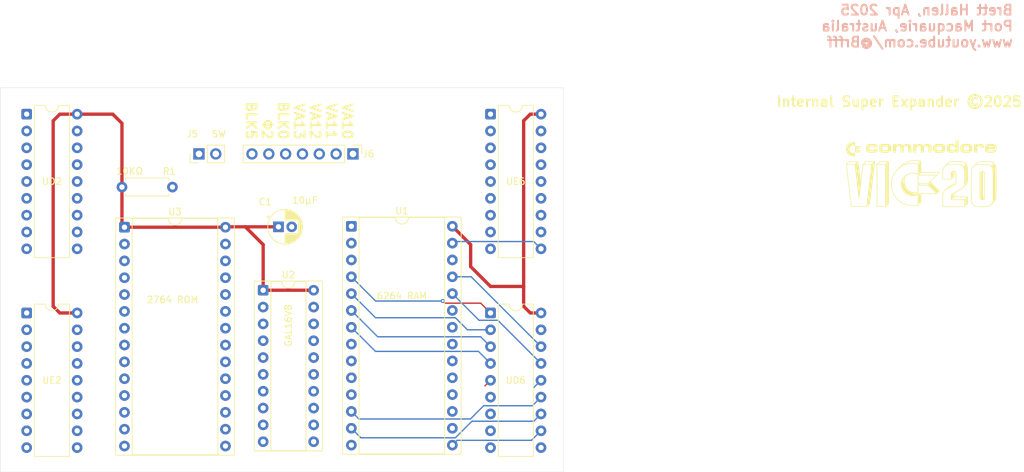
<source format=kicad_pcb>
(kicad_pcb (version 20241229) (generator "pcbnew") (generator_version "9.0")
  (title_block (title "Commodore VIC-20 BLK0 RAM Expansion ") (date "25-Apr-2025") (rev "A") (company "Brett Hallen") (comment 1 "www.youtube.com/@Brfff") (comment 2 ">>> UNTESTED <<<"))
  (layers (0 "F.Cu" signal) (2 "B.Cu" signal) (13 "F.Paste" user) (15 "B.Paste" user) (5 "F.SilkS" user "F.Silkscreen") (7 "B.SilkS" user "B.Silkscreen") (1 "F.Mask" user) (3 "B.Mask" user) (25 "Edge.Cuts" user))
  (net 0 "")
  (net 1 "+5V")
  (net 2 "GND")
  (net 3 "VA4")
  (net 4 "VA3")
  (net 5 "VA5")
  (net 6 "VA2")
  (net 7 "VA0")
  (net 8 "VA8")
  (net 9 "BD1")
  (net 10 "BD2")
  (net 11 "BD3")
  (net 12 "VA6")
  (net 14 "BD0")
  (net 15 "VA7")
  (net 16 "VR{slash}W")
  (net 17 "VA1")
  (net 18 "VA9")
  (net 19 "BD7")
  (net 20 "BD6")
  (net 23 "BD5")
  (net 24 "BD4")
  (net 25 "S")
  (net 26 "BLK0{slash}G2A")
  (net 27 "VA12")
  (net 28 "VA10")
  (net 29 "VA13{slash}G1")
  (net 30 "Φ2")
  (net 31 "VA11")
  (net 32 "~{CS1}")
  (net 33 "~{ΟΕ}")
  (net 34 "CS2")
  (net 44 "BLK5")
  (footprint "Connector_PinHeader_2.54mm:PinHeader_1x02_P2.54mm_Vertical" (layer "F.Cu") (at 47.48 44.52 90)
    (property "Reference" "J5" (at 3 -1 180) (layer "F.SilkS"))
    (property "Value" "SW" (at 3 3 180) (layer "F.SilkS"))
    (pad "1" thru_hole rect (at 0 0 90) (size 1.7 1.7) (drill 1) (layers "*.Cu" "*.Mask") (net 25 "S"))
    (pad "2" thru_hole oval (at 0 2.54 90) (size 1.7 1.7) (drill 1) (layers "*.Cu" "*.Mask") (net 2 "GND"))
  )
  (footprint "Package_DIP:DIP-18_W7.62mm" (layer "F.Cu") (at 91.48 38.52)
    (property "Reference" "J4" (hide yes))
    (property "Value" "UE6" (at 3.805 10.16 0) (layer "F.SilkS"))
    (pad "1" thru_hole roundrect (at 0 0) (size 1.6 1.6) (drill 0.8) (layers "*.Cu" "*.Mask") (roundrect_rratio 0.15625) (net 12 "VA6"))
    (pad "2" thru_hole circle (at 0 2.54) (size 1.6 1.6) (drill 0.8) (layers "*.Cu" "*.Mask") (net 5 "VA5"))
    (pad "3" thru_hole circle (at 0 5.08) (size 1.6 1.6) (drill 0.8) (layers "*.Cu" "*.Mask") (net 3 "VA4"))
    (pad "4" thru_hole circle (at 0 7.62) (size 1.6 1.6) (drill 0.8) (layers "*.Cu" "*.Mask") (net 4 "VA3"))
    (pad "5" thru_hole circle (at 0 10.16) (size 1.6 1.6) (drill 0.8) (layers "*.Cu" "*.Mask") (net 7 "VA0"))
    (pad "6" thru_hole circle (at 0 12.7) (size 1.6 1.6) (drill 0.8) (layers "*.Cu" "*.Mask") (net 17 "VA1"))
    (pad "7" thru_hole circle (at 0 15.24) (size 1.6 1.6) (drill 0.8) (layers "*.Cu" "*.Mask") (net 6 "VA2"))
    (pad "8" thru_hole circle (at 0 17.78) (size 1.6 1.6) (drill 0.8) (layers "*.Cu" "*.Mask"))
    (pad "9" thru_hole circle (at 0 20.32) (size 1.6 1.6) (drill 0.8) (layers "*.Cu" "*.Mask") (net 2 "GND"))
    (pad "10" thru_hole circle (at 7.62 20.32) (size 1.6 1.6) (drill 0.8) (layers "*.Cu" "*.Mask") (net 16 "VR{slash}W"))
    (pad "11" thru_hole circle (at 7.62 17.78) (size 1.6 1.6) (drill 0.8) (layers "*.Cu" "*.Mask") (net 11 "BD3"))
    (pad "12" thru_hole circle (at 7.62 15.24) (size 1.6 1.6) (drill 0.8) (layers "*.Cu" "*.Mask") (net 10 "BD2"))
    (pad "13" thru_hole circle (at 7.62 12.7) (size 1.6 1.6) (drill 0.8) (layers "*.Cu" "*.Mask") (net 9 "BD1"))
    (pad "14" thru_hole circle (at 7.62 10.16) (size 1.6 1.6) (drill 0.8) (layers "*.Cu" "*.Mask") (net 14 "BD0"))
    (pad "15" thru_hole circle (at 7.62 7.62) (size 1.6 1.6) (drill 0.8) (layers "*.Cu" "*.Mask") (net 18 "VA9"))
    (pad "16" thru_hole circle (at 7.62 5.08) (size 1.6 1.6) (drill 0.8) (layers "*.Cu" "*.Mask") (net 8 "VA8"))
    (pad "17" thru_hole circle (at 7.62 2.54) (size 1.6 1.6) (drill 0.8) (layers "*.Cu" "*.Mask") (net 15 "VA7"))
    (pad "18" thru_hole circle (at 7.62 0) (size 1.6 1.6) (drill 0.8) (layers "*.Cu" "*.Mask") (net 1 "+5V"))
  )
  (footprint "Package_DIP:DIP-18_W7.62mm" (layer "F.Cu") (at 21.48 68.52)
    (property "Reference" "J2" (hide yes))
    (property "Value" "UE2" (at 3.805 10.16 0) (layer "F.SilkS"))
    (pad "1" thru_hole roundrect (at 0 0) (size 1.6 1.6) (drill 0.8) (layers "*.Cu" "*.Mask") (roundrect_rratio 0.15625) (net 12 "VA6"))
    (pad "2" thru_hole circle (at 0 2.54) (size 1.6 1.6) (drill 0.8) (layers "*.Cu" "*.Mask") (net 5 "VA5"))
    (pad "3" thru_hole circle (at 0 5.08) (size 1.6 1.6) (drill 0.8) (layers "*.Cu" "*.Mask") (net 3 "VA4"))
    (pad "4" thru_hole circle (at 0 7.62) (size 1.6 1.6) (drill 0.8) (layers "*.Cu" "*.Mask") (net 4 "VA3"))
    (pad "5" thru_hole circle (at 0 10.16) (size 1.6 1.6) (drill 0.8) (layers "*.Cu" "*.Mask") (net 7 "VA0"))
    (pad "6" thru_hole circle (at 0 12.7) (size 1.6 1.6) (drill 0.8) (layers "*.Cu" "*.Mask") (net 17 "VA1"))
    (pad "7" thru_hole circle (at 0 15.24) (size 1.6 1.6) (drill 0.8) (layers "*.Cu" "*.Mask") (net 6 "VA2"))
    (pad "8" thru_hole circle (at 0 17.78) (size 1.6 1.6) (drill 0.8) (layers "*.Cu" "*.Mask"))
    (pad "9" thru_hole circle (at 0 20.32) (size 1.6 1.6) (drill 0.8) (layers "*.Cu" "*.Mask") (net 2 "GND"))
    (pad "10" thru_hole circle (at 7.62 20.32) (size 1.6 1.6) (drill 0.8) (layers "*.Cu" "*.Mask"))
    (pad "11" thru_hole circle (at 7.62 17.78) (size 1.6 1.6) (drill 0.8) (layers "*.Cu" "*.Mask") (net 19 "BD7"))
    (pad "12" thru_hole circle (at 7.62 15.24) (size 1.6 1.6) (drill 0.8) (layers "*.Cu" "*.Mask") (net 20 "BD6"))
    (pad "13" thru_hole circle (at 7.62 12.7) (size 1.6 1.6) (drill 0.8) (layers "*.Cu" "*.Mask") (net 23 "BD5"))
    (pad "14" thru_hole circle (at 7.62 10.16) (size 1.6 1.6) (drill 0.8) (layers "*.Cu" "*.Mask") (net 24 "BD4"))
    (pad "15" thru_hole circle (at 7.62 7.62) (size 1.6 1.6) (drill 0.8) (layers "*.Cu" "*.Mask") (net 18 "VA9"))
    (pad "16" thru_hole circle (at 7.62 5.08) (size 1.6 1.6) (drill 0.8) (layers "*.Cu" "*.Mask") (net 8 "VA8"))
    (pad "17" thru_hole circle (at 7.62 2.54) (size 1.6 1.6) (drill 0.8) (layers "*.Cu" "*.Mask") (net 15 "VA7"))
    (pad "18" thru_hole circle (at 7.62 0) (size 1.6 1.6) (drill 0.8) (layers "*.Cu" "*.Mask") (net 1 "+5V"))
  )
  (footprint "Connector_PinHeader_2.54mm:PinHeader_1x07_P2.54mm_Vertical" (layer "F.Cu") (at 70.72 44.52 -90)
    (property "Reference" "J6" (at 0 -2.33 180) (layer "F.SilkS"))
    (property "Value" "Signals" (hide yes))
    (pad "1" thru_hole rect (at 0 0 270) (size 1.7 1.7) (drill 1) (layers "*.Cu" "*.Mask") (net 28 "VA10"))
    (pad "2" thru_hole oval (at 0 2.54 270) (size 1.7 1.7) (drill 1) (layers "*.Cu" "*.Mask") (net 31 "VA11"))
    (pad "3" thru_hole oval (at 0 5.08 270) (size 1.7 1.7) (drill 1) (layers "*.Cu" "*.Mask") (net 27 "VA12"))
    (pad "4" thru_hole oval (at 0 7.62 270) (size 1.7 1.7) (drill 1) (layers "*.Cu" "*.Mask") (net 29 "VA13{slash}G1"))
    (pad "5" thru_hole oval (at 0 10.16 270) (size 1.7 1.7) (drill 1) (layers "*.Cu" "*.Mask") (net 26 "BLK0{slash}G2A"))
    (pad "6" thru_hole oval (at 0 12.7 270) (size 1.7 1.7) (drill 1) (layers "*.Cu" "*.Mask") (net 44 "BLK5"))
    (pad "7" thru_hole oval (at 0 15.24 270) (size 1.7 1.7) (drill 1) (layers "*.Cu" "*.Mask") (net 30 "Φ2"))
  )
  (footprint "Package_DIP:DIP-18_W7.62mm" (layer "F.Cu") (at 21.48 38.52)
    (property "Reference" "J1" (hide yes))
    (property "Value" "UD2" (at 3.805 10.16 0) (layer "F.SilkS"))
    (pad "1" thru_hole roundrect (at 0 0) (size 1.6 1.6) (drill 0.8) (layers "*.Cu" "*.Mask") (roundrect_rratio 0.15625) (net 12 "VA6"))
    (pad "2" thru_hole circle (at 0 2.54) (size 1.6 1.6) (drill 0.8) (layers "*.Cu" "*.Mask") (net 5 "VA5"))
    (pad "3" thru_hole circle (at 0 5.08) (size 1.6 1.6) (drill 0.8) (layers "*.Cu" "*.Mask") (net 3 "VA4"))
    (pad "4" thru_hole circle (at 0 7.62) (size 1.6 1.6) (drill 0.8) (layers "*.Cu" "*.Mask") (net 4 "VA3"))
    (pad "5" thru_hole circle (at 0 10.16) (size 1.6 1.6) (drill 0.8) (layers "*.Cu" "*.Mask") (net 7 "VA0"))
    (pad "6" thru_hole circle (at 0 12.7) (size 1.6 1.6) (drill 0.8) (layers "*.Cu" "*.Mask") (net 17 "VA1"))
    (pad "7" thru_hole circle (at 0 15.24) (size 1.6 1.6) (drill 0.8) (layers "*.Cu" "*.Mask") (net 6 "VA2"))
    (pad "8" thru_hole circle (at 0 17.78) (size 1.6 1.6) (drill 0.8) (layers "*.Cu" "*.Mask"))
    (pad "9" thru_hole circle (at 0 20.32) (size 1.6 1.6) (drill 0.8) (layers "*.Cu" "*.Mask") (net 2 "GND"))
    (pad "10" thru_hole circle (at 7.62 20.32) (size 1.6 1.6) (drill 0.8) (layers "*.Cu" "*.Mask") (net 16 "VR{slash}W"))
    (pad "11" thru_hole circle (at 7.62 17.78) (size 1.6 1.6) (drill 0.8) (layers "*.Cu" "*.Mask") (net 11 "BD3"))
    (pad "12" thru_hole circle (at 7.62 15.24) (size 1.6 1.6) (drill 0.8) (layers "*.Cu" "*.Mask") (net 10 "BD2"))
    (pad "13" thru_hole circle (at 7.62 12.7) (size 1.6 1.6) (drill 0.8) (layers "*.Cu" "*.Mask") (net 9 "BD1"))
    (pad "14" thru_hole circle (at 7.62 10.16) (size 1.6 1.6) (drill 0.8) (layers "*.Cu" "*.Mask") (net 14 "BD0"))
    (pad "15" thru_hole circle (at 7.62 7.62) (size 1.6 1.6) (drill 0.8) (layers "*.Cu" "*.Mask") (net 18 "VA9"))
    (pad "16" thru_hole circle (at 7.62 5.08) (size 1.6 1.6) (drill 0.8) (layers "*.Cu" "*.Mask") (net 8 "VA8"))
    (pad "17" thru_hole circle (at 7.62 2.54) (size 1.6 1.6) (drill 0.8) (layers "*.Cu" "*.Mask") (net 15 "VA7"))
    (pad "18" thru_hole circle (at 7.62 0) (size 1.6 1.6) (drill 0.8) (layers "*.Cu" "*.Mask") (net 1 "+5V"))
  )
  (footprint "Package_DIP:DIP-20_W7.62mm_Socket" (layer "F.Cu") (at 57.17 65.09)
    (property "Reference" "U2" (at 3.81 -2.33 0) (layer "F.SilkS"))
    (property "Value" "GAL16V8" (at 3.81 5.32 90) (layer "F.SilkS"))
    (pad "1" thru_hole roundrect (at 0 0) (size 1.6 1.6) (drill 0.8) (layers "*.Cu" "*.Mask") (roundrect_rratio 0.15625) (net 1 "+5V"))
    (pad "2" thru_hole circle (at 0 2.54) (size 1.6 1.6) (drill 0.8) (layers "*.Cu" "*.Mask") (net 28 "VA10"))
    (pad "3" thru_hole circle (at 0 5.08) (size 1.6 1.6) (drill 0.8) (layers "*.Cu" "*.Mask") (net 31 "VA11"))
    (pad "4" thru_hole circle (at 0 7.62) (size 1.6 1.6) (drill 0.8) (layers "*.Cu" "*.Mask") (net 27 "VA12"))
    (pad "5" thru_hole circle (at 0 10.16) (size 1.6 1.6) (drill 0.8) (layers "*.Cu" "*.Mask") (net 29 "VA13{slash}G1"))
    (pad "6" thru_hole circle (at 0 12.7) (size 1.6 1.6) (drill 0.8) (layers "*.Cu" "*.Mask") (net 26 "BLK0{slash}G2A"))
    (pad "7" thru_hole circle (at 0 15.24) (size 1.6 1.6) (drill 0.8) (layers "*.Cu" "*.Mask") (net 30 "Φ2"))
    (pad "8" thru_hole circle (at 0 17.78) (size 1.6 1.6) (drill 0.8) (layers "*.Cu" "*.Mask") (net 25 "S"))
    (pad "9" thru_hole circle (at 0 20.32) (size 1.6 1.6) (drill 0.8) (layers "*.Cu" "*.Mask") (net 16 "VR{slash}W"))
    (pad "10" thru_hole circle (at 0 22.86) (size 1.6 1.6) (drill 0.8) (layers "*.Cu" "*.Mask") (net 2 "GND"))
    (pad "11" thru_hole circle (at 7.62 22.86) (size 1.6 1.6) (drill 0.8) (layers "*.Cu" "*.Mask") (net 2 "GND"))
    (pad "12" thru_hole circle (at 7.62 20.32) (size 1.6 1.6) (drill 0.8) (layers "*.Cu" "*.Mask"))
    (pad "13" thru_hole circle (at 7.62 17.78) (size 1.6 1.6) (drill 0.8) (layers "*.Cu" "*.Mask"))
    (pad "14" thru_hole circle (at 7.62 15.24) (size 1.6 1.6) (drill 0.8) (layers "*.Cu" "*.Mask"))
    (pad "15" thru_hole circle (at 7.62 12.7) (size 1.6 1.6) (drill 0.8) (layers "*.Cu" "*.Mask") (net 32 "~{CS1}"))
    (pad "16" thru_hole circle (at 7.62 10.16) (size 1.6 1.6) (drill 0.8) (layers "*.Cu" "*.Mask") (net 34 "CS2"))
    (pad "17" thru_hole circle (at 7.62 7.62) (size 1.6 1.6) (drill 0.8) (layers "*.Cu" "*.Mask") (net 33 "~{ΟΕ}"))
    (pad "18" thru_hole circle (at 7.62 5.08) (size 1.6 1.6) (drill 0.8) (layers "*.Cu" "*.Mask"))
    (pad "19" thru_hole circle (at 7.62 2.54) (size 1.6 1.6) (drill 0.8) (layers "*.Cu" "*.Mask"))
    (pad "20" thru_hole circle (at 7.62 0) (size 1.6 1.6) (drill 0.8) (layers "*.Cu" "*.Mask") (net 1 "+5V"))
  )
  (footprint "Package_DIP:DIP-28_W15.24mm_Socket" (layer "F.Cu") (at 36.24 55.58)
    (property "Reference" "U3" (at 7.62 -2.33 0) (layer "F.SilkS"))
    (property "Value" "2764 ROM" (at 7.24 10.94 0) (layer "F.SilkS"))
    (pad "1" thru_hole roundrect (at 0 0) (size 1.6 1.6) (drill 0.8) (layers "*.Cu" "*.Mask") (roundrect_rratio 0.15625) (net 1 "+5V"))
    (pad "2" thru_hole circle (at 0 2.54) (size 1.6 1.6) (drill 0.8) (layers "*.Cu" "*.Mask") (net 27 "VA12"))
    (pad "3" thru_hole circle (at 0 5.08) (size 1.6 1.6) (drill 0.8) (layers "*.Cu" "*.Mask") (net 15 "VA7"))
    (pad "4" thru_hole circle (at 0 7.62) (size 1.6 1.6) (drill 0.8) (layers "*.Cu" "*.Mask") (net 12 "VA6"))
    (pad "5" thru_hole circle (at 0 10.16) (size 1.6 1.6) (drill 0.8) (layers "*.Cu" "*.Mask") (net 5 "VA5"))
    (pad "6" thru_hole circle (at 0 12.7) (size 1.6 1.6) (drill 0.8) (layers "*.Cu" "*.Mask") (net 3 "VA4"))
    (pad "7" thru_hole circle (at 0 15.24) (size 1.6 1.6) (drill 0.8) (layers "*.Cu" "*.Mask") (net 4 "VA3"))
    (pad "8" thru_hole circle (at 0 17.78) (size 1.6 1.6) (drill 0.8) (layers "*.Cu" "*.Mask") (net 6 "VA2"))
    (pad "9" thru_hole circle (at 0 20.32) (size 1.6 1.6) (drill 0.8) (layers "*.Cu" "*.Mask") (net 17 "VA1"))
    (pad "10" thru_hole circle (at 0 22.86) (size 1.6 1.6) (drill 0.8) (layers "*.Cu" "*.Mask") (net 7 "VA0"))
    (pad "11" thru_hole circle (at 0 25.4) (size 1.6 1.6) (drill 0.8) (layers "*.Cu" "*.Mask") (net 14 "BD0"))
    (pad "12" thru_hole circle (at 0 27.94) (size 1.6 1.6) (drill 0.8) (layers "*.Cu" "*.Mask") (net 9 "BD1"))
    (pad "13" thru_hole circle (at 0 30.48) (size 1.6 1.6) (drill 0.8) (layers "*.Cu" "*.Mask") (net 10 "BD2"))
    (pad "14" thru_hole circle (at 0 33.02) (size 1.6 1.6) (drill 0.8) (layers "*.Cu" "*.Mask") (net 2 "GND"))
    (pad "15" thru_hole circle (at 15.24 33.02) (size 1.6 1.6) (drill 0.8) (layers "*.Cu" "*.Mask") (net 11 "BD3"))
    (pad "16" thru_hole circle (at 15.24 30.48) (size 1.6 1.6) (drill 0.8) (layers "*.Cu" "*.Mask") (net 24 "BD4"))
    (pad "17" thru_hole circle (at 15.24 27.94) (size 1.6 1.6) (drill 0.8) (layers "*.Cu" "*.Mask") (net 23 "BD5"))
    (pad "18" thru_hole circle (at 15.24 25.4) (size 1.6 1.6) (drill 0.8) (layers "*.Cu" "*.Mask") (net 20 "BD6"))
    (pad "19" thru_hole circle (at 15.24 22.86) (size 1.6 1.6) (drill 0.8) (layers "*.Cu" "*.Mask") (net 19 "BD7"))
    (pad "20" thru_hole circle (at 15.24 20.32) (size 1.6 1.6) (drill 0.8) (layers "*.Cu" "*.Mask") (net 44 "BLK5"))
    (pad "21" thru_hole circle (at 15.24 17.78) (size 1.6 1.6) (drill 0.8) (layers "*.Cu" "*.Mask") (net 28 "VA10"))
    (pad "22" thru_hole circle (at 15.24 15.24) (size 1.6 1.6) (drill 0.8) (layers "*.Cu" "*.Mask") (net 44 "BLK5"))
    (pad "23" thru_hole circle (at 15.24 12.7) (size 1.6 1.6) (drill 0.8) (layers "*.Cu" "*.Mask") (net 31 "VA11"))
    (pad "24" thru_hole circle (at 15.24 10.16) (size 1.6 1.6) (drill 0.8) (layers "*.Cu" "*.Mask") (net 18 "VA9"))
    (pad "25" thru_hole circle (at 15.24 7.62) (size 1.6 1.6) (drill 0.8) (layers "*.Cu" "*.Mask") (net 8 "VA8"))
    (pad "26" thru_hole circle (at 15.24 5.08) (size 1.6 1.6) (drill 0.8) (layers "*.Cu" "*.Mask"))
    (pad "27" thru_hole circle (at 15.24 2.54) (size 1.6 1.6) (drill 0.8) (layers "*.Cu" "*.Mask"))
    (pad "28" thru_hole circle (at 15.24 0) (size 1.6 1.6) (drill 0.8) (layers "*.Cu" "*.Mask") (net 1 "+5V"))
  )
  (footprint "Resistor_THT:R_Axial_DIN0207_L6.3mm_D2.5mm_P7.62mm_Horizontal" (layer "F.Cu") (at 35.86 49.52)
    (property "Reference" "R1" (at 7.15 -2.37 0) (layer "F.SilkS"))
    (property "Value" "10KΩ" (at 1.15 -2.4 0) (layer "F.SilkS"))
    (pad "1" thru_hole circle (at 0 0) (size 1.6 1.6) (drill 0.8) (layers "*.Cu" "*.Mask") (net 1 "+5V"))
    (pad "2" thru_hole oval (at 7.62 0) (size 1.6 1.6) (drill 0.8) (layers "*.Cu" "*.Mask") (net 25 "S"))
  )
  (footprint "LOGO" (layer "F.Cu") (at 156.48 47.52)
    (property "Reference" "G***" (hide yes))
    (property "Value" "LOGO" (hide yes))
  )
  (footprint "Capacitor_THT:CP_Radial_D5.0mm_P2.00mm" (layer "F.Cu") (at 59.48 55.52)
    (property "Reference" "C1" (at -2 -3.75 0) (layer "F.SilkS"))
    (property "Value" "10µF" (at 4 -4 0) (layer "F.SilkS"))
    (pad "1" thru_hole rect (at 0 0) (size 1.6 1.6) (drill 0.8) (layers "*.Cu" "*.Mask") (net 1 "+5V"))
    (pad "2" thru_hole circle (at 2 0) (size 1.6 1.6) (drill 0.8) (layers "*.Cu" "*.Mask") (net 2 "GND"))
  )
  (footprint "Package_DIP:DIP-18_W7.62mm" (layer "F.Cu") (at 91.48 68.52)
    (property "Reference" "J3" (hide yes))
    (property "Value" "UD6" (at 3.805 10.16 0) (layer "F.SilkS"))
    (pad "1" thru_hole roundrect (at 0 0) (size 1.6 1.6) (drill 0.8) (layers "*.Cu" "*.Mask") (roundrect_rratio 0.15625) (net 12 "VA6"))
    (pad "2" thru_hole circle (at 0 2.54) (size 1.6 1.6) (drill 0.8) (layers "*.Cu" "*.Mask") (net 5 "VA5"))
    (pad "3" thru_hole circle (at 0 5.08) (size 1.6 1.6) (drill 0.8) (layers "*.Cu" "*.Mask") (net 3 "VA4"))
    (pad "4" thru_hole circle (at 0 7.62) (size 1.6 1.6) (drill 0.8) (layers "*.Cu" "*.Mask") (net 4 "VA3"))
    (pad "5" thru_hole circle (at 0 10.16) (size 1.6 1.6) (drill 0.8) (layers "*.Cu" "*.Mask") (net 7 "VA0"))
    (pad "6" thru_hole circle (at 0 12.7) (size 1.6 1.6) (drill 0.8) (layers "*.Cu" "*.Mask") (net 17 "VA1"))
    (pad "7" thru_hole circle (at 0 15.24) (size 1.6 1.6) (drill 0.8) (layers "*.Cu" "*.Mask") (net 6 "VA2"))
    (pad "8" thru_hole circle (at 0 17.78) (size 1.6 1.6) (drill 0.8) (layers "*.Cu" "*.Mask"))
    (pad "9" thru_hole circle (at 0 20.32) (size 1.6 1.6) (drill 0.8) (layers "*.Cu" "*.Mask") (net 2 "GND"))
    (pad "10" thru_hole circle (at 7.62 20.32) (size 1.6 1.6) (drill 0.8) (layers "*.Cu" "*.Mask") (net 16 "VR{slash}W"))
    (pad "11" thru_hole circle (at 7.62 17.78) (size 1.6 1.6) (drill 0.8) (layers "*.Cu" "*.Mask") (net 11 "BD3"))
    (pad "12" thru_hole circle (at 7.62 15.24) (size 1.6 1.6) (drill 0.8) (layers "*.Cu" "*.Mask") (net 10 "BD2"))
    (pad "13" thru_hole circle (at 7.62 12.7) (size 1.6 1.6) (drill 0.8) (layers "*.Cu" "*.Mask") (net 9 "BD1"))
    (pad "14" thru_hole circle (at 7.62 10.16) (size 1.6 1.6) (drill 0.8) (layers "*.Cu" "*.Mask") (net 14 "BD0"))
    (pad "15" thru_hole circle (at 7.62 7.62) (size 1.6 1.6) (drill 0.8) (layers "*.Cu" "*.Mask") (net 18 "VA9"))
    (pad "16" thru_hole circle (at 7.62 5.08) (size 1.6 1.6) (drill 0.8) (layers "*.Cu" "*.Mask") (net 8 "VA8"))
    (pad "17" thru_hole circle (at 7.62 2.54) (size 1.6 1.6) (drill 0.8) (layers "*.Cu" "*.Mask") (net 15 "VA7"))
    (pad "18" thru_hole circle (at 7.62 0) (size 1.6 1.6) (drill 0.8) (layers "*.Cu" "*.Mask") (net 1 "+5V"))
  )
  (footprint "Package_DIP:DIP-28_W15.24mm_Socket" (layer "F.Cu") (at 70.48 55.44)
    (property "Reference" "U1" (at 7.62 -2.33 0) (layer "F.SilkS"))
    (property "Value" "6264 RAM" (at 7.62 10.51 0) (layer "F.SilkS"))
    (pad "1" thru_hole roundrect (at 0 0) (size 1.6 1.6) (drill 0.8) (layers "*.Cu" "*.Mask") (roundrect_rratio 0.15625))
    (pad "2" thru_hole circle (at 0 2.54) (size 1.6 1.6) (drill 0.8) (layers "*.Cu" "*.Mask") (net 27 "VA12"))
    (pad "3" thru_hole circle (at 0 5.08) (size 1.6 1.6) (drill 0.8) (layers "*.Cu" "*.Mask") (net 15 "VA7"))
    (pad "4" thru_hole circle (at 0 7.62) (size 1.6 1.6) (drill 0.8) (layers "*.Cu" "*.Mask") (net 12 "VA6"))
    (pad "5" thru_hole circle (at 0 10.16) (size 1.6 1.6) (drill 0.8) (layers "*.Cu" "*.Mask") (net 5 "VA5"))
    (pad "6" thru_hole circle (at 0 12.7) (size 1.6 1.6) (drill 0.8) (layers "*.Cu" "*.Mask") (net 3 "VA4"))
    (pad "7" thru_hole circle (at 0 15.24) (size 1.6 1.6) (drill 0.8) (layers "*.Cu" "*.Mask") (net 4 "VA3"))
    (pad "8" thru_hole circle (at 0 17.78) (size 1.6 1.6) (drill 0.8) (layers "*.Cu" "*.Mask") (net 6 "VA2"))
    (pad "9" thru_hole circle (at 0 20.32) (size 1.6 1.6) (drill 0.8) (layers "*.Cu" "*.Mask") (net 17 "VA1"))
    (pad "10" thru_hole circle (at 0 22.86) (size 1.6 1.6) (drill 0.8) (layers "*.Cu" "*.Mask") (net 7 "VA0"))
    (pad "11" thru_hole circle (at 0 25.4) (size 1.6 1.6) (drill 0.8) (layers "*.Cu" "*.Mask") (net 14 "BD0"))
    (pad "12" thru_hole circle (at 0 27.94) (size 1.6 1.6) (drill 0.8) (layers "*.Cu" "*.Mask") (net 9 "BD1"))
    (pad "13" thru_hole circle (at 0 30.48) (size 1.6 1.6) (drill 0.8) (layers "*.Cu" "*.Mask") (net 10 "BD2"))
    (pad "14" thru_hole circle (at 0 33.02) (size 1.6 1.6) (drill 0.8) (layers "*.Cu" "*.Mask") (net 2 "GND"))
    (pad "15" thru_hole circle (at 15.24 33.02) (size 1.6 1.6) (drill 0.8) (layers "*.Cu" "*.Mask") (net 11 "BD3"))
    (pad "16" thru_hole circle (at 15.24 30.48) (size 1.6 1.6) (drill 0.8) (layers "*.Cu" "*.Mask") (net 24 "BD4"))
    (pad "17" thru_hole circle (at 15.24 27.94) (size 1.6 1.6) (drill 0.8) (layers "*.Cu" "*.Mask") (net 23 "BD5"))
    (pad "18" thru_hole circle (at 15.24 25.4) (size 1.6 1.6) (drill 0.8) (layers "*.Cu" "*.Mask") (net 20 "BD6"))
    (pad "19" thru_hole circle (at 15.24 22.86) (size 1.6 1.6) (drill 0.8) (layers "*.Cu" "*.Mask") (net 19 "BD7"))
    (pad "20" thru_hole circle (at 15.24 20.32) (size 1.6 1.6) (drill 0.8) (layers "*.Cu" "*.Mask") (net 32 "~{CS1}"))
    (pad "21" thru_hole circle (at 15.24 17.78) (size 1.6 1.6) (drill 0.8) (layers "*.Cu" "*.Mask") (net 28 "VA10"))
    (pad "22" thru_hole circle (at 15.24 15.24) (size 1.6 1.6) (drill 0.8) (layers "*.Cu" "*.Mask") (net 33 "~{ΟΕ}"))
    (pad "23" thru_hole circle (at 15.24 12.7) (size 1.6 1.6) (drill 0.8) (layers "*.Cu" "*.Mask") (net 31 "VA11"))
    (pad "24" thru_hole circle (at 15.24 10.16) (size 1.6 1.6) (drill 0.8) (layers "*.Cu" "*.Mask") (net 18 "VA9"))
    (pad "25" thru_hole circle (at 15.24 7.62) (size 1.6 1.6) (drill 0.8) (layers "*.Cu" "*.Mask") (net 8 "VA8"))
    (pad "26" thru_hole circle (at 15.24 5.08) (size 1.6 1.6) (drill 0.8) (layers "*.Cu" "*.Mask") (net 34 "CS2"))
    (pad "27" thru_hole circle (at 15.24 2.54) (size 1.6 1.6) (drill 0.8) (layers "*.Cu" "*.Mask") (net 16 "VR{slash}W"))
    (pad "28" thru_hole circle (at 15.24 0) (size 1.6 1.6) (drill 0.8) (layers "*.Cu" "*.Mask") (net 1 "+5V"))
  )
  (gr_rect (start 17.48 34.52) (end 102.48 92.52) (stroke (width 0.05)) (fill no) (layer "Edge.Cuts"))
  (gr_text "Internal Super Expander ©2025" (at 134.48 37.52 0) (layer "F.SilkS") (effects (font (size 1.5 1.5) (thickness 0.3) (bold yes)) (justify left bottom)))
  (gr_text "VA10\nVA11\nVA12\nVA13\nBLK0\nΦ2\nBLK5" (at 54.48 42.52 270) (layer "F.SilkS") (effects (font (size 1.5 1.5) (thickness 0.3) (bold yes)) (justify right bottom)))
  (gr_text "Brett Hallen, Apr 2025\nPort Macquarie, Australia\nwww.youtube.com/@Brfff" (at 170.48 28.52 0) (layer "B.SilkS") (effects (font (size 1.5 1.5) (thickness 0.3) (bold yes)) (justify left bottom mirror)))
  (segment (start 25.48 67.52) (end 25.48 39.52) (width 0.5) (layer "F.Cu") (net 1))
  (segment (start 29.1 68.52) (end 26.48 68.52) (width 0.5) (layer "F.Cu") (net 1))
  (segment (start 54.48 55.52) (end 57.17 58.21) (width 0.5) (layer "F.Cu") (net 1))
  (segment (start 96.48 67.52) (end 96.48 64.52) (width 0.5) (layer "F.Cu") (net 1))
  (segment (start 29.1 38.52) (end 34.48 38.52) (width 0.5) (layer "F.Cu") (net 1))
  (segment (start 88.48 61.52) (end 91.48 64.52) (width 0.5) (layer "F.Cu") (net 1))
  (segment (start 57.17 65.09) (end 64.79 65.09) (width 0.5) (layer "F.Cu") (net 1))
  (segment (start 57.17 58.21) (end 57.17 65.09) (width 0.5) (layer "F.Cu") (net 1))
  (segment (start 34.48 38.52) (end 35.86 39.9) (width 0.5) (layer "F.Cu") (net 1))
  (segment (start 51.6 55.52) (end 54.48 55.52) (width 0.5) (layer "F.Cu") (net 1))
  (segment (start 35.86 39.9) (end 35.86 49.52) (width 0.5) (layer "F.Cu") (net 1))
  (segment (start 91.48 64.52) (end 96.48 64.52) (width 0.5) (layer "F.Cu") (net 1))
  (segment (start 88.48 58.2) (end 88.48 61.52) (width 0.5) (layer "F.Cu") (net 1))
  (segment (start 97.48 38.52) (end 99.1 38.52) (width 0.5) (layer "F.Cu") (net 1))
  (segment (start 99.1 68.52) (end 97.48 68.52) (width 0.5) (layer "F.Cu") (net 1))
  (segment (start 25.48 39.52) (end 26.48 38.52) (width 0.5) (layer "F.Cu") (net 1))
  (segment (start 97.48 68.52) (end 96.48 67.52) (width 0.5) (layer "F.Cu") (net 1))
  (segment (start 54.48 55.52) (end 59.48 55.52) (width 0.5) (layer "F.Cu") (net 1))
  (segment (start 96.48 39.52) (end 97.48 38.52) (width 0.5) (layer "F.Cu") (net 1))
  (segment (start 26.48 68.52) (end 25.48 67.52) (width 0.5) (layer "F.Cu") (net 1))
  (segment (start 26.48 38.52) (end 29.1 38.52) (width 0.5) (layer "F.Cu") (net 1))
  (segment (start 36.24 55.58) (end 51.48 55.58) (width 0.5) (layer "F.Cu") (net 1))
  (segment (start 35.86 49.52) (end 35.86 55.2) (width 0.5) (layer "F.Cu") (net 1))
  (segment (start 96.48 64.52) (end 96.48 39.52) (width 0.5) (layer "F.Cu") (net 1))
  (segment (start 85.72 55.44) (end 88.48 58.2) (width 0.5) (layer "F.Cu") (net 1))
  (segment (start 74.459 72.119) (end 70.48 68.14) (width 0.2) (layer "B.Cu") (net 3))
  (segment (start 89.999 72.119) (end 74.459 72.119) (width 0.2) (layer "B.Cu") (net 3))
  (segment (start 91.48 73.6) (end 89.999 72.119) (width 0.2) (layer "B.Cu") (net 3))
  (segment (start 89.661 74.321) (end 74.121 74.321) (width 0.2) (layer "B.Cu") (net 4))
  (segment (start 91.48 76.14) (end 89.661 74.321) (width 0.2) (layer "B.Cu") (net 4))
  (segment (start 74.121 74.321) (end 70.48 70.68) (width 0.2) (layer "B.Cu") (net 4))
  (segment (start 91.48 71.06) (end 87.99505 71.06) (width 0.2) (layer "B.Cu") (net 5))
  (segment (start 74.121 69.241) (end 70.48 65.6) (width 0.2) (layer "B.Cu") (net 5))
  (segment (start 86.17605 69.241) (end 74.121 69.241) (width 0.2) (layer "B.Cu") (net 5))
  (segment (start 87.99505 71.06) (end 86.17605 69.241) (width 0.2) (layer "B.Cu") (net 5))
  (segment (start 91.48 78.68) (end 90.64 79.52) (width 0.2) (layer "F.Cu") (net 7))
  (segment (start 88.56 63.06) (end 85.72 63.06) (width 0.2) (layer "B.Cu") (net 8))
  (segment (start 99.1 73.6) (end 88.56 63.06) (width 0.2) (layer "B.Cu") (net 8))
  (segment (start 99.1 81.22) (end 97.8 82.52) (width 0.2) (layer "B.Cu") (net 9))
  (segment (start 88.44795 84.52) (end 90.44795 82.52) (width 0.2) (layer "B.Cu") (net 9))
  (segment (start 70.48 83.38) (end 71.62 84.52) (width 0.2) (layer "B.Cu") (net 9))
  (segment (start 90.44795 82.52) (end 97.8 82.52) (width 0.2) (layer "B.Cu") (net 9))
  (segment (start 71.62 84.52) (end 88.44795 84.52) (width 0.2) (layer "B.Cu") (net 9))
  (segment (start 86.17605 87.359) (end 71.919 87.359) (width 0.2) (layer "B.Cu") (net 10))
  (segment (start 71.919 87.359) (end 70.48 85.92) (width 0.2) (layer "B.Cu") (net 10))
  (segment (start 97.999 84.861) (end 88.67405 84.861) (width 0.2) (layer "B.Cu") (net 10))
  (segment (start 88.67405 84.861) (end 86.17605 87.359) (width 0.2) (layer "B.Cu") (net 10))
  (segment (start 99.1 83.76) (end 97.999 84.861) (width 0.2) (layer "B.Cu") (net 10))
  (segment (start 86.441 87.739) (end 85.72 88.46) (width 0.2) (layer "B.Cu") (net 11))
  (segment (start 99.1 86.3) (end 97.661 87.739) (width 0.2) (layer "B.Cu") (net 11))
  (segment (start 97.661 87.739) (end 86.441 87.739) (width 0.2) (layer "B.Cu") (net 11))
  (segment (start 89.999 67.039) (end 84.6 67.039) (width 0.2) (layer "F.Cu") (net 12))
  (segment (start 91.48 68.52) (end 89.999 67.039) (width 0.2) (layer "F.Cu") (net 12))
  (segment (start 84.6 67.039) (end 84.2805 66.7195) (width 0.2) (layer "F.Cu") (net 12))
  (via (at 84.2805 66.7195) (size 0.6) (drill 0.3) (layers "F.Cu" "B.Cu") (net 12))
  (segment (start 70.48 63.06) (end 73.94 66.52) (width 0.2) (layer "B.Cu") (net 12))
  (segment (start 84.2805 66.7195) (end 74.1395 66.7195) (width 0.2) (layer "B.Cu") (net 12))
  (segment (start 74.1395 66.7195) (end 73.94 66.52) (width 0.2) (layer "B.Cu") (net 12))
  (segment (start 99.1 78.68) (end 97.999 79.781) (width 0.2) (layer "B.Cu") (net 14))
  (segment (start 99.1 58.84) (end 97.999 57.739) (width 0.2) (layer "B.Cu") (net 16))
  (segment (start 85.961 57.739) (end 85.72 57.98) (width 0.2) (layer "B.Cu") (net 16))
  (segment (start 97.999 57.739) (end 85.961 57.739) (width 0.2) (layer "B.Cu") (net 16))
  (segment (start 92.581 69.621) (end 89.741 69.621) (width 0.2) (layer "B.Cu") (net 18))
  (segment (start 89.741 69.621) (end 85.72 65.6) (width 0.2) (layer "B.Cu") (net 18))
  (segment (start 99.1 76.14) (end 92.581 69.621) (width 0.2) (layer "B.Cu") (net 18))
)
</source>
